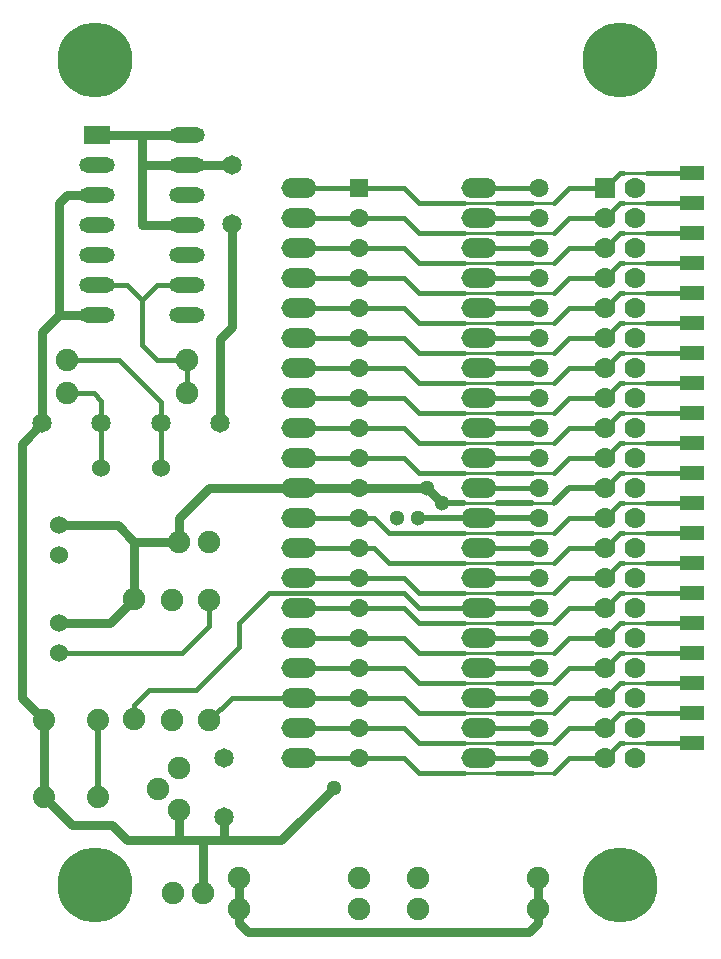
<source format=gbl>
G04 Layer_Physical_Order=2*
G04 Layer_Color=16711680*
%FSLAX25Y25*%
%MOIN*%
G70*
G01*
G75*
%ADD10R,0.07874X0.05000*%
%ADD11C,0.03000*%
%ADD13C,0.01500*%
%ADD14C,0.01000*%
%ADD15C,0.00900*%
%ADD16C,0.02000*%
%ADD17R,0.08500X0.06200*%
%ADD18O,0.12000X0.05118*%
%ADD19C,0.25000*%
%ADD20C,0.06500*%
%ADD21C,0.07500*%
%ADD22O,0.11811X0.06693*%
%ADD23C,0.06299*%
%ADD24R,0.06299X0.06299*%
%ADD25C,0.06000*%
%ADD26C,0.07400*%
%ADD27R,0.07000X0.07000*%
%ADD28C,0.07000*%
%ADD29C,0.05118*%
D10*
X693500Y205000D02*
D03*
Y215000D02*
D03*
Y225000D02*
D03*
Y235000D02*
D03*
Y245000D02*
D03*
Y255000D02*
D03*
Y265000D02*
D03*
Y275000D02*
D03*
Y285000D02*
D03*
Y295000D02*
D03*
Y305000D02*
D03*
Y315000D02*
D03*
Y325000D02*
D03*
Y335000D02*
D03*
Y345000D02*
D03*
Y355000D02*
D03*
Y365000D02*
D03*
Y375000D02*
D03*
Y385000D02*
D03*
Y395000D02*
D03*
D11*
X470000Y220000D02*
X477500Y212500D01*
Y186900D02*
Y212500D01*
X537500Y172500D02*
X556500D01*
X574000Y190000D01*
X542500Y145000D02*
X545500Y142000D01*
X639000D01*
X542500Y149500D02*
Y160000D01*
Y145000D02*
Y149500D01*
X642000Y145000D02*
Y149500D01*
X639000Y142000D02*
X642000Y145000D01*
X562500Y290000D02*
X582500D01*
X605000D01*
X610000Y285000D01*
X486900Y177500D02*
X500000D01*
X477500Y186900D02*
X486900Y177500D01*
X510000Y407500D02*
X525000D01*
X482500Y347500D02*
X495000D01*
X476814Y311500D02*
Y341814D01*
X470000Y304686D02*
X476814Y311500D01*
X470000Y220000D02*
Y304686D01*
X532500Y290000D02*
X562500D01*
X522500Y280000D02*
X532500Y290000D01*
X507500Y253000D02*
Y272000D01*
X482500Y277500D02*
X502000D01*
X507500Y272000D01*
X482500Y245000D02*
X499500D01*
X507500Y253000D01*
X642000Y149500D02*
Y160000D01*
X476814Y341814D02*
X482500Y347500D01*
X507500Y272000D02*
X522500D01*
Y280000D01*
X510000Y397500D02*
X525000D01*
X510000D02*
Y407500D01*
X495000D02*
X510000D01*
Y377500D02*
Y397500D01*
Y377500D02*
X525000D01*
X540000Y343500D02*
Y377814D01*
X525000Y397500D02*
X540000D01*
X482500Y347500D02*
Y385000D01*
X485000Y387500D01*
X495000D01*
X536086Y311500D02*
Y339586D01*
X540000Y343500D01*
X522500Y172500D02*
Y179500D01*
X500000Y177500D02*
X505000Y172500D01*
X537500D02*
Y180314D01*
X505000Y172500D02*
X522500D01*
X530500Y155000D02*
Y172500D01*
X522500D02*
X530500D01*
X537500D01*
D13*
X532500Y244000D02*
Y252500D01*
X523500Y235000D02*
X532500Y244000D01*
X482500Y235000D02*
X523500D01*
X507500Y213000D02*
Y217500D01*
X512500Y222500D01*
X542500Y245000D02*
X552500Y255000D01*
X532500Y212500D02*
X540000Y220000D01*
X562500D01*
X496500Y296500D02*
Y311500D01*
X592500Y265000D02*
X617500D01*
X587500Y270000D02*
X592500Y265000D01*
X582500Y270000D02*
X587500D01*
X592500Y275000D02*
X617500D01*
X587500Y280000D02*
X592500Y275000D01*
X582500Y280000D02*
X587500D01*
X602500Y195000D02*
X617500D01*
X628500D02*
X640000D01*
X597500Y200000D02*
X602500Y195000D01*
X582500Y200000D02*
X597500D01*
X652500D02*
X664500D01*
X582500Y220000D02*
X597500D01*
X602500Y215000D01*
X647500D02*
X652500Y220000D01*
X664500D01*
X602500Y215000D02*
X617500D01*
X628500D02*
X640000D01*
X582500Y230000D02*
X597500D01*
X602500Y225000D01*
X647500D02*
X652500Y230000D01*
X664500D01*
X628500Y225000D02*
X640000D01*
X582500Y240000D02*
X597500D01*
X602500Y235000D01*
X647500D02*
X652500Y240000D01*
X664500D01*
X602500Y235000D02*
X617500D01*
X628500D02*
X640000D01*
X582500Y250000D02*
X597500D01*
X602500Y245000D01*
X647500D02*
X652500Y250000D01*
X664500D01*
X602500Y245000D02*
X617500D01*
X628500D02*
X640000D01*
X582500Y260000D02*
X597500D01*
X602500Y255000D01*
X647500D02*
X652500Y260000D01*
X664500D01*
X602500Y255000D02*
X617500D01*
X628500D02*
X640000D01*
X647500Y265000D02*
X652500Y270000D01*
X664500D01*
X628500Y265000D02*
X640000D01*
X647500Y275000D02*
X652500Y280000D01*
X664500D01*
X628500Y275000D02*
X640000D01*
X582500Y300000D02*
X597500D01*
X602500Y295000D01*
X647500D02*
X652500Y300000D01*
X664500D01*
X602500Y295000D02*
X617500D01*
X628500D02*
X640000D01*
X582500Y310000D02*
X597500D01*
X602500Y305000D01*
X647500D02*
X652500Y310000D01*
X664500D01*
X602500Y305000D02*
X617500D01*
X628500D02*
X640000D01*
X582500Y320000D02*
X597500D01*
X602500Y315000D01*
X647500D02*
X652500Y320000D01*
X664500D01*
X602500Y315000D02*
X617500D01*
X628500D02*
X640000D01*
X582500Y330000D02*
X597500D01*
X602500Y325000D01*
X647500D02*
X652500Y330000D01*
X664500D01*
X602500Y325000D02*
X617500D01*
X628500D02*
X640000D01*
X582500Y340000D02*
X597500D01*
X602500Y335000D01*
X647500D02*
X652500Y340000D01*
X664500D01*
X602500Y335000D02*
X617500D01*
X628500D02*
X640000D01*
X582500Y350000D02*
X597500D01*
X602500Y345000D01*
X647500D02*
X652500Y350000D01*
X664500D01*
X602500Y345000D02*
X617500D01*
X628500D02*
X640000D01*
X582500Y360000D02*
X597500D01*
X602500Y355000D01*
X647500D02*
X652500Y360000D01*
X664500D01*
X602500Y355000D02*
X617500D01*
X628500D02*
X640000D01*
X582500Y370000D02*
X597500D01*
X602500Y365000D01*
X647500D02*
X652500Y370000D01*
X664500D01*
X602500Y365000D02*
X617500D01*
X628500D02*
X640000D01*
X582500Y380000D02*
X597500D01*
X602500Y375000D01*
X647500D02*
X652500Y380000D01*
X664500D01*
X602500Y375000D02*
X617500D01*
X628500D02*
X640000D01*
X582500Y390000D02*
X597500D01*
X602500Y385000D01*
X647500D02*
X652500Y390000D01*
X664500D01*
X602500Y385000D02*
X617500D01*
X628500D02*
X640000D01*
X628500Y205000D02*
X640000D01*
X602500D02*
X617500D01*
X652500Y210000D02*
X664500D01*
X647500Y205000D02*
X652500Y210000D01*
X647500Y195000D02*
X652500Y200000D01*
X622500Y320000D02*
X642500D01*
X622500Y250000D02*
X642500D01*
X562500Y340000D02*
X582500D01*
X562500Y230000D02*
X582500D01*
X597500Y210000D02*
X602500Y205000D01*
X562500Y220000D02*
X582500D01*
X622500Y370000D02*
X642500D01*
X622500Y210000D02*
X642500D01*
X562500Y310000D02*
X582500D01*
X622500Y270000D02*
X642500D01*
X622500Y220000D02*
X642500D01*
X622500Y350000D02*
X642500D01*
X562500D02*
X582500D01*
X562500Y300000D02*
X582500D01*
X622500Y260000D02*
X642500D01*
X622500Y340000D02*
X642500D01*
X622500Y360000D02*
X642500D01*
X562500Y200000D02*
X582500D01*
X622500D02*
X642500D01*
X622500Y330000D02*
X642500D01*
X562500Y360000D02*
X582500D01*
X562500Y260000D02*
X582500D01*
X562500Y370000D02*
X582500D01*
X562500Y240000D02*
X582500D01*
X562500Y210000D02*
X582500D01*
X597500D01*
X562500Y250000D02*
X582500D01*
X562500Y380000D02*
X582500D01*
X622500Y290000D02*
X642500D01*
X562500Y280000D02*
X582500D01*
X622500Y300000D02*
X642500D01*
X562500Y270000D02*
X582500D01*
X562500Y390000D02*
X582500D01*
X622500Y310000D02*
X642500D01*
X562500Y320000D02*
X582500D01*
X627500Y390000D02*
X642500D01*
X622500Y240000D02*
X642500D01*
X562500Y330000D02*
X582500D01*
X622500Y380000D02*
X642500D01*
X622500Y230000D02*
X642500D01*
X602500Y225000D02*
X617500D01*
X602500Y250000D02*
X622500D01*
X597500Y255000D02*
X602500Y250000D01*
X552500Y255000D02*
X597500D01*
X496500Y311500D02*
Y319000D01*
X494000Y321500D02*
X496500Y319000D01*
X485000Y321500D02*
X494000D01*
X525000D02*
Y332500D01*
X512500Y222500D02*
X528000D01*
X542500Y237000D01*
Y245000D01*
X495000Y357500D02*
X505000D01*
X515000D02*
X525000D01*
X510000Y352500D02*
X515000Y357500D01*
X510000Y337500D02*
Y352500D01*
Y337500D02*
X515000Y332500D01*
X525000D01*
X505000Y357500D02*
X510000Y352500D01*
X516500Y296500D02*
Y311400D01*
X516400Y311500D02*
X516500Y311400D01*
X485000Y332500D02*
X502400D01*
X516400Y318500D01*
Y311500D02*
Y318500D01*
X664500Y200000D02*
X669500Y205000D01*
X670500D01*
X664500Y210000D02*
X669500Y215000D01*
X670500D01*
X664500Y220000D02*
X669500Y225000D01*
X670500D01*
X664500Y230000D02*
X669500Y235000D01*
X670500D01*
X664500Y240000D02*
X669500Y245000D01*
X670500D01*
X664500Y250000D02*
X669500Y255000D01*
X670500D01*
X664500Y260000D02*
X669500Y265000D01*
X670500D01*
X664500Y270000D02*
X669500Y275000D01*
X670500D01*
X664500Y280000D02*
X669500Y285000D01*
X670500D01*
X664500Y290000D02*
X669500Y295000D01*
X670500D01*
X664500Y300000D02*
X669500Y305000D01*
X670500D01*
X664500Y310000D02*
X669500Y315000D01*
X670500D01*
X664500Y320000D02*
X669500Y325000D01*
X670500D01*
X664500Y330000D02*
X669500Y335000D01*
X670500D01*
X664500Y340000D02*
X669500Y345000D01*
X670500D01*
X664500Y350000D02*
X669500Y355000D01*
X670500D01*
X664500Y360000D02*
X669500Y365000D01*
X670500D01*
X664500Y370000D02*
X669500Y375000D01*
X670500D01*
X664500Y380000D02*
X669500Y385000D01*
X670500D01*
X669500Y395000D02*
X670500D01*
X664500Y390000D02*
X669500Y395000D01*
X678500Y385000D02*
X693500D01*
X695500D01*
X678500Y275000D02*
X693500D01*
X695500D01*
X678500Y225000D02*
X693500D01*
X695500D01*
X678500Y295000D02*
X693500D01*
X695500D01*
X678500Y375000D02*
X693500D01*
X695500D01*
X678500Y265000D02*
X693500D01*
X695500D01*
X678500Y255000D02*
X693500D01*
X695500D01*
X678500Y365000D02*
X693500D01*
X695500D01*
X678500Y215000D02*
X693500D01*
X695500D01*
X678500Y245000D02*
X693500D01*
X695500D01*
X678500Y355000D02*
X693500D01*
X695500D01*
X678500Y285000D02*
X693500D01*
X695500D01*
X678500Y235000D02*
X693500D01*
X695500D01*
X678500Y205000D02*
X693500D01*
X695500D01*
X678500Y325000D02*
X693500D01*
X695500D01*
X678500Y335000D02*
X693500D01*
X695500D01*
X678500Y315000D02*
X693500D01*
X695500D01*
X678500Y345000D02*
X693500D01*
X695500D01*
X678500Y305000D02*
X693500D01*
X695500D01*
X678500Y395000D02*
X693500D01*
X695500D01*
D14*
X617500Y195000D02*
X628500D01*
X640000D02*
X647500D01*
X617500Y215000D02*
X628500D01*
X640000D02*
X647500D01*
X617500Y225000D02*
X628500D01*
X640000D02*
X647500D01*
X617500Y235000D02*
X628500D01*
X640000D02*
X647500D01*
X617500Y245000D02*
X628500D01*
X640000D02*
X647500D01*
X617500Y255000D02*
X628500D01*
X640000D02*
X647500D01*
X617500Y265000D02*
X628500D01*
X640000D02*
X647500D01*
X617500Y275000D02*
X628500D01*
X640000D02*
X647500D01*
X617500Y285000D02*
X628500D01*
X640000D02*
X647500D01*
X617500Y295000D02*
X628500D01*
X640000D02*
X647500D01*
X617500Y305000D02*
X628500D01*
X640000D02*
X647500D01*
X617500Y315000D02*
X628500D01*
X640000D02*
X647500D01*
X617500Y325000D02*
X628500D01*
X640000D02*
X647500D01*
X617500Y335000D02*
X628500D01*
X640000D02*
X647500D01*
X617500Y345000D02*
X628500D01*
X640000D02*
X647500D01*
X617500Y355000D02*
X628500D01*
X640000D02*
X647500D01*
X617500Y365000D02*
X628500D01*
X640000D02*
X647500D01*
X617500Y375000D02*
X628500D01*
X640000D02*
X647500D01*
X617500Y385000D02*
X628500D01*
X640000D02*
X647500D01*
X640000Y205000D02*
X647500D01*
X617500D02*
X628500D01*
X670500D02*
X678500D01*
X670500Y215000D02*
X678500D01*
X670500Y225000D02*
X678500D01*
X670500Y235000D02*
X678500D01*
X670500Y245000D02*
X678500D01*
X670500Y255000D02*
X678500D01*
X670500Y265000D02*
X678500D01*
X670500Y275000D02*
X678500D01*
X670500Y285000D02*
X678500D01*
X670500Y295000D02*
X678500D01*
X670500Y305000D02*
X678500D01*
X670500Y315000D02*
X678500D01*
X670500Y325000D02*
X678500D01*
X670500Y335000D02*
X678500D01*
X670500Y345000D02*
X678500D01*
X670500Y355000D02*
X678500D01*
X670500Y365000D02*
X678500D01*
X670500Y375000D02*
X678500D01*
X670500Y385000D02*
X678500D01*
X670500Y395000D02*
X678500D01*
D15*
X642500Y250000D02*
X645000D01*
X642500Y370000D02*
X645000D01*
X642500Y210000D02*
X645000D01*
X642500Y270000D02*
X645000D01*
X642500Y220000D02*
X645000D01*
X642500Y350000D02*
X645000D01*
X642500Y260000D02*
X645000D01*
X642500Y340000D02*
X645000D01*
X642500Y360000D02*
X645000D01*
X642500Y200000D02*
X645000D01*
X642500Y330000D02*
X645000D01*
X642500Y290000D02*
X645000D01*
X642500Y300000D02*
X645000D01*
X642500Y310000D02*
X645000D01*
X642500Y390000D02*
X645000D01*
X642500Y240000D02*
X645000D01*
X642500Y320000D02*
X645000D01*
X642500Y380000D02*
X645000D01*
X642500Y230000D02*
X645000D01*
D16*
X495300Y186900D02*
Y212500D01*
X610000Y285000D02*
X617500D01*
X647500D02*
X652500Y290000D01*
X664500D01*
X628500Y285000D02*
X640000D01*
X622500Y280000D02*
X642500D01*
X602000D02*
X622500D01*
D17*
X495000Y407500D02*
D03*
D18*
Y397500D02*
D03*
Y387500D02*
D03*
Y377500D02*
D03*
Y367500D02*
D03*
Y357500D02*
D03*
Y347500D02*
D03*
X525000D02*
D03*
Y357500D02*
D03*
Y367500D02*
D03*
Y377500D02*
D03*
Y387500D02*
D03*
Y397500D02*
D03*
Y407500D02*
D03*
D19*
X494500Y157500D02*
D03*
Y432500D02*
D03*
X669500D02*
D03*
Y157500D02*
D03*
D20*
X537500Y180314D02*
D03*
Y200000D02*
D03*
X476814Y311500D02*
D03*
X496500D02*
D03*
X536086D02*
D03*
X516400D02*
D03*
X540000Y397500D02*
D03*
Y377814D02*
D03*
D21*
X532500Y272000D02*
D03*
X522500D02*
D03*
X515500Y189500D02*
D03*
X522500Y196500D02*
D03*
Y182500D02*
D03*
X520000Y212500D02*
D03*
Y252500D02*
D03*
X532500D02*
D03*
Y212500D02*
D03*
X582500Y149500D02*
D03*
X542500D02*
D03*
X602000D02*
D03*
X642000D02*
D03*
X582500Y160000D02*
D03*
X542500D02*
D03*
X602000D02*
D03*
X642000D02*
D03*
X485000Y321500D02*
D03*
X525000D02*
D03*
X485000Y332500D02*
D03*
X525000D02*
D03*
X507500Y213000D02*
D03*
Y253000D02*
D03*
X530500Y155000D02*
D03*
X520500D02*
D03*
D22*
X562500Y390000D02*
D03*
Y380000D02*
D03*
Y370000D02*
D03*
Y360000D02*
D03*
Y350000D02*
D03*
Y340000D02*
D03*
Y330000D02*
D03*
Y320000D02*
D03*
Y310000D02*
D03*
Y300000D02*
D03*
Y290000D02*
D03*
Y280000D02*
D03*
Y270000D02*
D03*
Y260000D02*
D03*
Y250000D02*
D03*
Y240000D02*
D03*
Y230000D02*
D03*
Y220000D02*
D03*
Y210000D02*
D03*
Y200000D02*
D03*
X622500D02*
D03*
Y210000D02*
D03*
Y220000D02*
D03*
Y230000D02*
D03*
Y240000D02*
D03*
Y250000D02*
D03*
Y260000D02*
D03*
Y270000D02*
D03*
Y280000D02*
D03*
Y290000D02*
D03*
Y300000D02*
D03*
Y310000D02*
D03*
Y320000D02*
D03*
Y330000D02*
D03*
Y340000D02*
D03*
Y350000D02*
D03*
Y360000D02*
D03*
Y370000D02*
D03*
Y380000D02*
D03*
Y390000D02*
D03*
D23*
X642500Y330000D02*
D03*
Y240000D02*
D03*
Y300000D02*
D03*
Y310000D02*
D03*
Y290000D02*
D03*
Y260000D02*
D03*
Y270000D02*
D03*
Y280000D02*
D03*
Y250000D02*
D03*
Y370000D02*
D03*
Y380000D02*
D03*
Y390000D02*
D03*
Y360000D02*
D03*
Y340000D02*
D03*
Y350000D02*
D03*
Y320000D02*
D03*
Y210000D02*
D03*
Y230000D02*
D03*
Y220000D02*
D03*
Y200000D02*
D03*
X582500Y330000D02*
D03*
Y240000D02*
D03*
Y300000D02*
D03*
Y310000D02*
D03*
Y290000D02*
D03*
Y260000D02*
D03*
Y270000D02*
D03*
Y280000D02*
D03*
Y250000D02*
D03*
Y370000D02*
D03*
Y380000D02*
D03*
Y360000D02*
D03*
Y340000D02*
D03*
Y350000D02*
D03*
Y320000D02*
D03*
Y210000D02*
D03*
Y230000D02*
D03*
Y220000D02*
D03*
Y200000D02*
D03*
D24*
Y390000D02*
D03*
D25*
X496500Y296500D02*
D03*
X516500D02*
D03*
X482500Y267500D02*
D03*
Y277500D02*
D03*
Y235000D02*
D03*
Y245000D02*
D03*
D26*
X495300Y212500D02*
D03*
Y186900D02*
D03*
X477500Y212500D02*
D03*
Y186900D02*
D03*
D27*
X664500Y390000D02*
D03*
D28*
X674500D02*
D03*
X664500Y380000D02*
D03*
X674500D02*
D03*
X664500Y370000D02*
D03*
X674500D02*
D03*
X664500Y360000D02*
D03*
X674500D02*
D03*
X664500Y350000D02*
D03*
X674500D02*
D03*
X664500Y340000D02*
D03*
X674500D02*
D03*
X664500Y330000D02*
D03*
X674500D02*
D03*
X664500Y320000D02*
D03*
X674500D02*
D03*
X664500Y310000D02*
D03*
X674500D02*
D03*
X664500Y300000D02*
D03*
X674500D02*
D03*
X664500Y290000D02*
D03*
X674500D02*
D03*
X664500Y280000D02*
D03*
X674500D02*
D03*
X664500Y270000D02*
D03*
X674500D02*
D03*
X664500Y260000D02*
D03*
X674500D02*
D03*
X664500Y250000D02*
D03*
X674500D02*
D03*
X664500Y240000D02*
D03*
X674500D02*
D03*
X664500Y230000D02*
D03*
X674500D02*
D03*
X664500Y220000D02*
D03*
X674500D02*
D03*
X664500Y210000D02*
D03*
X674500D02*
D03*
X664500Y200000D02*
D03*
X674500D02*
D03*
D29*
X574000Y190000D02*
D03*
X595000Y280000D02*
D03*
X602000D02*
D03*
X610000Y285000D02*
D03*
X605000Y290000D02*
D03*
M02*

</source>
